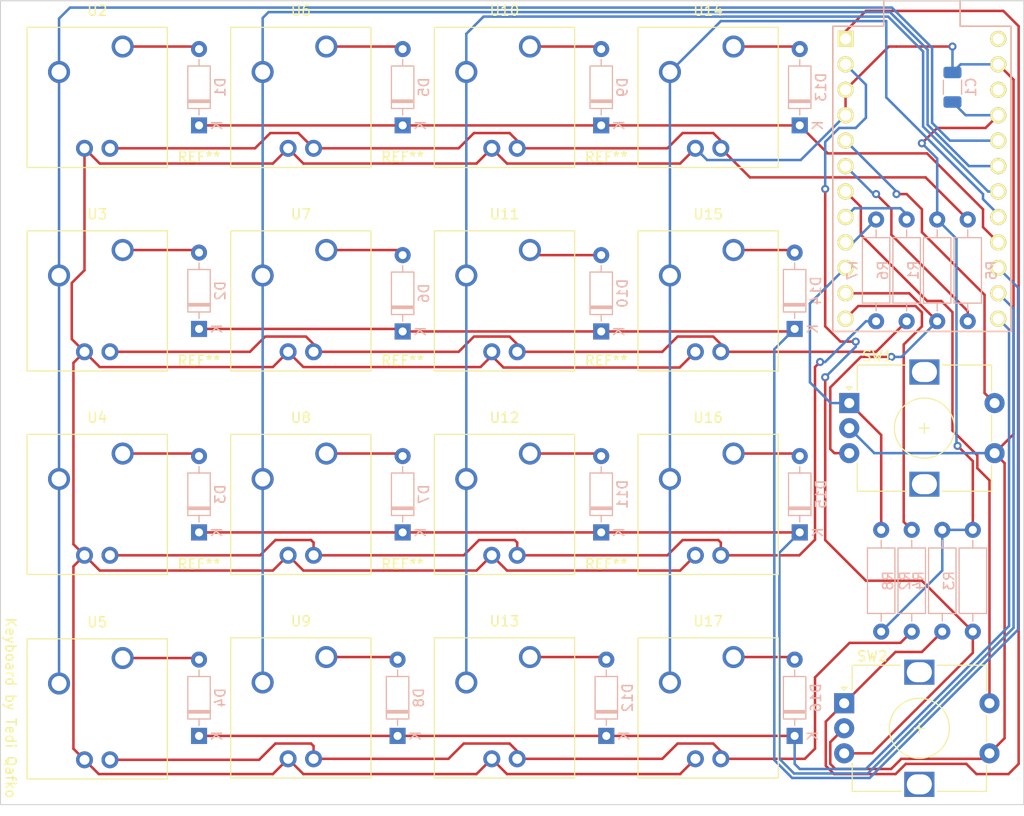
<source format=kicad_pcb>
(kicad_pcb (version 20211014) (generator pcbnew)
  (layers (0 "F.Cu" signal) (31 "B.Cu" signal) (34 "B.Paste" user) (35 "F.Paste" user) (36 "B.SilkS" user "B.Silkscreen") (37 "F.SilkS" user "F.Silkscreen") (38 "B.Mask" user) (39 "F.Mask" user) (44 "Edge.Cuts" user))
  (net 0 "")
  (net 1 "+5V")
  (net 2 "GND")
  (net 3 "row1")
  (net 4 "Net-(D1-Pad2)")
  (net 5 "row2")
  (net 6 "Net-(D2-Pad2)")
  (net 7 "row3")
  (net 8 "Net-(D3-Pad2)")
  (net 9 "row4")
  (net 10 "Net-(D4-Pad2)")
  (net 11 "Net-(D5-Pad2)")
  (net 12 "Net-(D6-Pad2)")
  (net 13 "Net-(D7-Pad2)")
  (net 14 "Net-(D8-Pad2)")
  (net 15 "Net-(D9-Pad2)")
  (net 16 "Net-(D10-Pad2)")
  (net 17 "Net-(D11-Pad2)")
  (net 18 "Net-(D12-Pad2)")
  (net 19 "Net-(D13-Pad2)")
  (net 20 "Net-(D14-Pad2)")
  (net 21 "Net-(D15-Pad2)")
  (net 22 "Net-(D16-Pad2)")
  (net 23 "clk")
  (net 24 "dt")
  (net 25 "encoderSW")
  (net 26 "led1")
  (net 27 "clk2")
  (net 28 "led2")
  (net 29 "led3")
  (net 30 "dt2")
  (net 31 "encoderSW2")
  (net 32 "led4")
  (net 33 "col4")
  (net 34 "col3")
  (net 35 "col2")
  (net 36 "col1")
  (net 39 "Net-(U1-Pad6)")
  (net 40 "Net-(U1-Pad8)")
  (net 41 "Net-(U1-Pad9)")
  (net 42 "Net-(U1-Pad12)")
  (footprint "CherryMX_PCB_LED:CherryMX_1.00u_PCB_LED" (layer "F.Cu") (at 129.54 48.26)
    (fp_text reference "U10")
    (fp_text value "CherryMX_LED")
  )
  (footprint "CherryMX_PCB_LED:CherryMX_1.00u_PCB_LED" (layer "F.Cu") (at 149.86 88.9)
    (fp_text reference "U16")
    (fp_text value "CherryMX_LED")
  )
  (footprint "CherryMX_PCB_LED:CherryMX_1.00u_PCB_LED" (layer "F.Cu") (at 149.86 48.26)
    (fp_text reference "U14")
    (fp_text value "CherryMX_LED")
  )
  (footprint "CherryMX_PCB_LED:CherryMX_1.00u_PCB_LED" (layer "F.Cu") (at 129.54 88.9)
    (fp_text reference "U12")
    (fp_text value "CherryMX_LED")
  )
  (footprint "CherryMX_PCB_LED:CherryMX_1.00u_PCB_LED" (layer "F.Cu") (at 88.9 109.32)
    (fp_text reference "U5")
    (fp_text value "CherryMX_LED")
  )
  (footprint "Rotary_Encoder:RotaryEncoder_Alps_EC12E-Switch_Vertical_H20mm" (layer "F.Cu") (at 163.946 78.78)
    (fp_text reference "SW1")
    (fp_text value "RotaryEncoder_Switch")
  )
  (footprint "CherryMX_PCB_LED:CherryMX_1.00u_PCB_LED" (layer "F.Cu") (at 88.9 48.26)
    (fp_text reference "U2")
    (fp_text value "CherryMX_LED")
  )
  (footprint "CherryMX_PCB_LED:CherryMX_1.00u_PCB_LED" (layer "F.Cu") (at 109.22 48.26)
    (fp_text reference "U6")
    (fp_text value "CherryMX_LED")
  )
  (footprint "CherryMX_PCB_LED:CherryMX_1.00u_PCB_LED" (layer "F.Cu") (at 109.22 68.58)
    (fp_text reference "U7")
    (fp_text value "CherryMX_LED")
  )
  (footprint "CherryMX_PCB_LED:CherryMX_1.00u_PCB_LED" (layer "F.Cu") (at 88.9 68.58)
    (fp_text reference "U3")
    (fp_text value "CherryMX_LED")
  )
  (footprint "CherryMX_PCB_LED:CherryMX_1.00u_PCB_LED" (layer "F.Cu") (at 109.22 88.9)
    (fp_text reference "U8")
    (fp_text value "CherryMX_LED")
  )
  (footprint "MountingHole:MountingHole_3.2mm_M3" (layer "F.Cu") (at 119.38 78.74)
    (fp_text reference "REF**")
    (fp_text value "MountingHole_3.2mm_M3")
  )
  (footprint "promicro:ProMicro" (layer "F.Cu") (at 171.196 56.388 -90)
    (fp_text reference "U1" hide)
    (fp_text value "ProMicro")
  )
  (footprint "MountingHole:MountingHole_3.2mm_M3" (layer "F.Cu") (at 99.06 58.42)
    (fp_text reference "REF**")
    (fp_text value "MountingHole_3.2mm_M3")
  )
  (footprint "MountingHole:MountingHole_3.2mm_M3" (layer "F.Cu") (at 119.38 99.06)
    (fp_text reference "REF**")
    (fp_text value "MountingHole_3.2mm_M3")
  )
  (footprint "MountingHole:MountingHole_3.2mm_M3" (layer "F.Cu") (at 139.7 78.74)
    (fp_text reference "REF**")
    (fp_text value "MountingHole_3.2mm_M3")
  )
  (footprint "CherryMX_PCB_LED:CherryMX_1.00u_PCB_LED" (layer "F.Cu") (at 149.86 109.22)
    (fp_text reference "U17")
    (fp_text value "CherryMX_LED")
  )
  (footprint "CherryMX_PCB_LED:CherryMX_1.00u_PCB_LED" (layer "F.Cu") (at 109.22 109.22)
    (fp_text reference "U9")
    (fp_text value "CherryMX_LED")
  )
  (footprint "CherryMX_PCB_LED:CherryMX_1.00u_PCB_LED" (layer "F.Cu") (at 129.54 109.22)
    (fp_text reference "U13")
    (fp_text value "CherryMX_LED")
  )
  (footprint "MountingHole:MountingHole_3.2mm_M3" (layer "F.Cu") (at 99.06 99.06)
    (fp_text reference "REF**")
    (fp_text value "MountingHole_3.2mm_M3")
  )
  (footprint "MountingHole:MountingHole_3.2mm_M3" (layer "F.Cu") (at 99.06 78.74)
    (fp_text reference "REF**")
    (fp_text value "MountingHole_3.2mm_M3")
  )
  (footprint "MountingHole:MountingHole_3.2mm_M3" (layer "F.Cu") (at 139.7 99.06)
    (fp_text reference "REF**")
    (fp_text value "MountingHole_3.2mm_M3")
  )
  (footprint "MountingHole:MountingHole_3.2mm_M3" (layer "F.Cu") (at 119.38 58.42)
    (fp_text reference "REF**")
    (fp_text value "MountingHole_3.2mm_M3")
  )
  (footprint "MountingHole:MountingHole_3.2mm_M3" (layer "F.Cu") (at 139.7 58.42)
    (fp_text reference "REF**")
    (fp_text value "MountingHole_3.2mm_M3")
  )
  (footprint "CherryMX_PCB_LED:CherryMX_1.00u_PCB_LED" (layer "F.Cu") (at 149.86 68.58)
    (fp_text reference "U15")
    (fp_text value "CherryMX_LED")
  )
  (footprint "CherryMX_PCB_LED:CherryMX_1.00u_PCB_LED" (layer "F.Cu") (at 88.9 88.9)
    (fp_text reference "U4")
    (fp_text value "CherryMX_LED")
  )
  (footprint "CherryMX_PCB_LED:CherryMX_1.00u_PCB_LED" (layer "F.Cu") (at 129.54 68.58)
    (fp_text reference "U11")
    (fp_text value "CherryMX_LED")
  )
  (footprint "Rotary_Encoder:RotaryEncoder_Alps_EC12E-Switch_Vertical_H20mm" (layer "F.Cu") (at 163.438 108.752)
    (fp_text reference "SW2")
    (fp_text value "RotaryEncoder_Switch")
  )
  (footprint "Resistor_THT:R_Axial_DIN0207_L6.3mm_D2.5mm_P10.16mm_Horizontal" (layer "B.Cu") (at 170.18 91.44 -90)
    (fp_text reference "R8")
    (fp_text value "330")
  )
  (footprint "Resistor_THT:R_Axial_DIN0207_L6.3mm_D2.5mm_P10.16mm_Horizontal" (layer "B.Cu") (at 166.624 60.452 -90)
    (fp_text reference "R7")
    (fp_text value "330")
  )
  (footprint "Diode_THT:D_DO-35_SOD27_P7.62mm_Horizontal" (layer "B.Cu") (at 158.496 71.374 90)
    (fp_text reference "D14")
    (fp_text value "1N4148")
  )
  (footprint "Diode_THT:D_DO-35_SOD27_P7.62mm_Horizontal" (layer "B.Cu") (at 159.004 91.694 90)
    (fp_text reference "D15")
    (fp_text value "1N4148")
  )
  (footprint "Diode_THT:D_DO-35_SOD27_P7.62mm_Horizontal" (layer "B.Cu") (at 158.496 112.014 90)
    (fp_text reference "D16")
    (fp_text value "1N4148")
  )
  (footprint "Diode_THT:D_DO-35_SOD27_P7.62mm_Horizontal" (layer "B.Cu") (at 139.7 112.014 90)
    (fp_text reference "D12")
    (fp_text value "1N4148")
  )
  (footprint "Resistor_THT:R_Axial_DIN0207_L6.3mm_D2.5mm_P10.16mm_Horizontal" (layer "B.Cu") (at 169.672 60.452 -90)
    (fp_text reference "R6")
    (fp_text value "330")
  )
  (footprint "Resistor_THT:R_Axial_DIN0207_L6.3mm_D2.5mm_P10.16mm_Horizontal" (layer "B.Cu") (at 176.276 91.44 -90)
    (fp_text reference "R3")
    (fp_text value "10k")
  )
  (footprint "Capacitor_SMD:C_1206_3216Metric" (layer "B.Cu") (at 174.244 47.244 90)
    (fp_text reference "C1")
    (fp_text value "0.1uF")
  )
  (footprint "Diode_THT:D_DO-35_SOD27_P7.62mm_Horizontal" (layer "B.Cu") (at 99.06 112.014 90)
    (fp_text reference "D4")
    (fp_text value "1N4148")
  )
  (footprint "Diode_THT:D_DO-35_SOD27_P7.62mm_Horizontal" (layer "B.Cu") (at 119.38 91.694 90)
    (fp_text reference "D7")
    (fp_text value "1N4148")
  )
  (footprint "Diode_THT:D_DO-35_SOD27_P7.62mm_Horizontal" (layer "B.Cu") (at 119.38 51.054 90)
    (fp_text reference "D5")
    (fp_text value "1N4148")
  )
  (footprint "Diode_THT:D_DO-35_SOD27_P7.62mm_Horizontal" (layer "B.Cu") (at 139.192 91.694 90)
    (fp_text reference "D11")
    (fp_text value "1N4148")
  )
  (footprint "Diode_THT:D_DO-35_SOD27_P7.62mm_Horizontal" (layer "B.Cu") (at 99.06 51.054 90)
    (fp_text reference "D1")
    (fp_text value "1N4148")
  )
  (footprint "Resistor_THT:R_Axial_DIN0207_L6.3mm_D2.5mm_P10.16mm_Horizontal" (layer "B.Cu") (at 175.768 70.612 90)
    (fp_text reference "R5")
    (fp_text value "330")
  )
  (footprint "Diode_THT:D_DO-35_SOD27_P7.62mm_Horizontal" (layer "B.Cu") (at 118.872 112.014 90)
    (fp_text reference "D8")
    (fp_text value "1N4148")
  )
  (footprint "Diode_THT:D_DO-35_SOD27_P7.62mm_Horizontal" (layer "B.Cu") (at 159.004 51.054 90)
    (fp_text reference "D13")
    (fp_text value "1N4148")
  )
  (footprint "Resistor_THT:R_Axial_DIN0207_L6.3mm_D2.5mm_P10.16mm_Horizontal" (layer "B.Cu") (at 167.132 101.6 90)
    (fp_text reference "R2")
    (fp_text value "10k")
  )
  (footprint "Diode_THT:D_DO-35_SOD27_P7.62mm_Horizontal" (layer "B.Cu") (at 119.38 71.628 90)
    (fp_text reference "D6")
    (fp_text value "1N4148")
  )
  (footprint "Diode_THT:D_DO-35_SOD27_P7.62mm_Horizontal" (layer "B.Cu") (at 139.192 51.054 90)
    (fp_text reference "D9")
    (fp_text value "1N4148")
  )
  (footprint "Resistor_THT:R_Axial_DIN0207_L6.3mm_D2.5mm_P10.16mm_Horizontal" (layer "B.Cu") (at 173.228 91.44 -90)
    (fp_text reference "R4")
    (fp_text value "10k")
  )
  (footprint "Resistor_THT:R_Axial_DIN0207_L6.3mm_D2.5mm_P10.16mm_Horizontal" (layer "B.Cu") (at 172.72 60.452 -90)
    (fp_text reference "R1")
    (fp_text value "10k")
  )
  (footprint "Diode_THT:D_DO-35_SOD27_P7.62mm_Horizontal" (layer "B.Cu") (at 99.06 91.694 90)
    (fp_text reference "D3")
    (fp_text value "1N4148")
  )
  (footprint "Diode_THT:D_DO-35_SOD27_P7.62mm_Horizontal" (layer "B.Cu") (at 139.192 71.628 90)
    (fp_text reference "D10")
    (fp_text value "1N4148")
  )
  (footprint "Diode_THT:D_DO-35_SOD27_P7.62mm_Horizontal" (layer "B.Cu") (at 99.06 71.374 90)
    (fp_text reference "D2")
    (fp_text value "1N4148")
  )
  (gr_rect (start 79.248 38.608) (end 181.356 118.872) (layer "Edge.Cuts") (width 0.1) (fill none))
  (gr_text "Keyboard by Tedi Qafko" (at 80.264 109.22 270) (layer "F.SilkS") (effects (font (size 1 1))))
  (segment (start 177.546 51.308) (end 178.816 50.038) (width 0.25) (layer "F.Cu") (net 1))
  (segment (start 171.191701 52.836299) (end 172.72 51.308) (width 0.25) (layer "F.Cu") (net 1))
  (segment (start 176.276 84.5795) (end 176.276 91.44) (width 0.25) (layer "F.Cu") (net 1))
  (segment (start 172.72 51.308) (end 177.546 51.308) (width 0.25) (layer "F.Cu") (net 1))
  (segment (start 174.752 83.0555) (end 176.276 84.5795) (width 0.25) (layer "F.Cu") (net 1))
  (via (at 171.191701 52.836299) (size 0.8) (drill 0.4) (layers "F.Cu" "B.Cu") (net 1))
  (via (at 174.752 83.0555) (size 0.8) (drill 0.4) (layers "F.Cu" "B.Cu") (net 1))
  (segment (start 173.228 95.504) (end 167.132 101.6) (width 0.25) (layer "B.Cu") (net 1))
  (segment (start 173.228 91.44) (end 176.276 91.44) (width 0.25) (layer "B.Cu") (net 1))
  (segment (start 175.563 50.038) (end 178.816 50.038) (width 0.25) (layer "B.Cu") (net 1))
  (segment (start 172.72 60.452) (end 174.643489 62.375489) (width 0.25) (layer "B.Cu") (net 1))
  (segment (start 172.72 54.364598) (end 171.191701 52.836299) (width 0.25) (layer "B.Cu") (net 1))
  (segment (start 172.72 60.452) (end 172.72 54.364598) (width 0.25) (layer "B.Cu") (net 1))
  (segment (start 174.643489 82.946989) (end 174.752 83.0555) (width 0.25) (layer "B.Cu") (net 1))
  (segment (start 173.228 91.44) (end 173.228 95.504) (width 0.25) (layer "B.Cu") (net 1))
  (segment (start 174.244 48.719) (end 175.563 50.038) (width 0.25) (layer "B.Cu") (net 1))
  (segment (start 174.643489 62.375489) (end 174.643489 82.946989) (width 0.25) (layer "B.Cu") (net 1))
  (segment (start 86.525479 74.764521) (end 86.525479 92.875479) (width 0.25) (layer "F.Cu") (net 2))
  (segment (start 109.474 95.504) (end 126.746 95.504) (width 0.25) (layer "F.Cu") (net 2))
  (segment (start 178.816 44.958) (end 178.562 44.704) (width 0.25) (layer "F.Cu") (net 2))
  (segment (start 86.525479 113.295479) (end 87.63 114.4) (width 0.25) (layer "F.Cu") (net 2))
  (segment (start 109.474 54.864) (end 126.746 54.864) (width 0.25) (layer "F.Cu") (net 2))
  (segment (start 126.746 95.504) (end 128.27 93.98) (width 0.25) (layer "F.Cu") (net 2))
  (segment (start 129.794 95.504) (end 147.066 95.504) (width 0.25) (layer "F.Cu") (net 2))
  (segment (start 162.052 112.638) (end 162.052 114.808) (width 0.25) (layer "F.Cu") (net 2))
  (segment (start 128.27 74.06) (end 129.439811 75.229811) (width 0.25) (layer "F.Cu") (net 2))
  (segment (start 86.36 66.784564) (end 86.36 72.39) (width 0.25) (layer "F.Cu") (net 2))
  (segment (start 169.138744 114.3) (end 177.39 114.3) (width 0.25) (layer "F.Cu") (net 2))
  (segment (start 87.63 53.34) (end 89.154 54.864) (width 0.25) (layer "F.Cu") (net 2))
  (segment (start 89.154 75.184) (end 106.426 75.184) (width 0.25) (layer "F.Cu") (net 2))
  (segment (start 106.426 75.184) (end 107.95 73.66) (width 0.25) (layer "F.Cu") (net 2))
  (segment (start 107.95 114.3) (end 109.474 115.824) (width 0.25) (layer "F.Cu") (net 2))
  (segment (start 87.63 73.66) (end 86.525479 74.764521) (width 0.25) (layer "F.Cu") (net 2))
  (segment (start 126.746 115.824) (end 128.27 114.3) (width 0.25) (layer "F.Cu") (net 2))
  (segment (start 177.938 113.752) (end 179.446 112.244) (width 0.25) (layer "F.Cu") (net 2))
  (segment (start 109.474 115.824) (end 126.746 115.824) (width 0.25) (layer "F.Cu") (net 2))
  (segment (start 89.154 95.504) (end 106.426 95.504) (width 0.25) (layer "F.Cu") (net 2))
  (segment (start 106.426 115.824) (end 107.95 114.3) (width 0.25) (layer "F.Cu") (net 2))
  (segment (start 87.63 65.514564) (end 86.36 66.784564) (width 0.25) (layer "F.Cu") (net 2))
  (segment (start 87.63 73.66) (end 89.154 75.184) (width 0.25) (layer "F.Cu") (net 2))
  (segment (start 147.066 54.864) (end 148.59 53.34) (width 0.25) (layer "F.Cu") (net 2))
  (segment (start 86.525479 92.875479) (end 87.63 93.98) (width 0.25) (layer "F.Cu") (net 2))
  (segment (start 129.794 54.864) (end 147.066 54.864) (width 0.25) (layer "F.Cu") (net 2))
  (segment (start 179.446 84.78) (end 178.446 83.78) (width 0.25) (layer "F.Cu") (net 2))
  (segment (start 163.576 47.498) (end 167.894 43.18) (width 0.25) (layer "F.Cu") (net 2))
  (segment (start 129.439811 75.229811) (end 147.020189 75.229811) (width 0.25) (layer "F.Cu") (net 2))
  (segment (start 87.63 53.34) (end 87.63 65.514564) (width 0.25) (layer "F.Cu") (net 2))
  (segment (start 89.054 115.824) (end 106.426 115.824) (width 0.25) (layer "F.Cu") (net 2))
  (segment (start 180.34 46.482) (end 178.816 44.958) (width 0.25) (layer "F.Cu") (net 2))
  (segment (start 147.066 95.504) (end 148.59 93.98) (width 0.25) (layer "F.Cu") (net 2))
  (segment (start 86.36 72.39) (end 87.63 73.66) (width 0.25) (layer "F.Cu") (net 2))
  (segment (start 107.95 93.98) (end 109.474 95.504) (width 0.25) (layer "F.Cu") (net 2))
  (segment (start 177.39 114.3) (end 177.938 113.752) (width 0.25) (layer "F.Cu") (net 2))
  (segment (start 87.63 114.4) (end 89.054 115.824) (width 0.25) (layer "F.Cu") (net 2))
  (segment (start 128.27 114.3) (end 129.794 115.824) (width 0.25) (layer "F.Cu") (net 2))
  (segment (start 147.020189 75.229811) (end 148.59 73.66) (width 0.25) (layer "F.Cu") (net 2))
  (segment (start 89.154 54.864) (end 106.426 54.864) (width 0.25) (layer "F.Cu") (net 2))
  (segment (start 128.27 93.98) (end 129.794 95.504) (width 0.25) (layer "F.Cu") (net 2))
  (segment (start 129.794 115.824) (end 147.066 115.824) (width 0.25) (layer "F.Cu") (net 2))
  (segment (start 126.746 54.864) (end 128.27 53.34) (width 0.25) (layer "F.Cu") (net 2))
  (segment (start 109.474 75.184) (end 127.146 75.184) (width 0.25) (layer "F.Cu") (net 2))
  (segment (start 168.122744 115.316) (end 169.138744 114.3) (width 0.25) (layer "F.Cu") (net 2))
  (segment (start 179.446 112.244) (end 179.446 84.78) (width 0.25) (layer "F.Cu") (net 2))
  (segment (start 107.95 73.66) (end 109.474 75.184) (width 0.25) (layer "F.Cu") (net 2))
  (segment (start 178.446 83.78) (end 180.34 81.886) (width 0.25) (layer "F.Cu") (net 2))
  (segment (start 87.63 93.98) (end 89.154 95.504) (width 0.25) (layer "F.Cu") (net 2))
  (segment (start 106.426 54.864) (end 107.95 53.34) (width 0.25) (layer "F.Cu") (net 2))
  (segment (start 180.34 81.886) (end 180.34 46.482) (width 0.25) (layer "F.Cu") (net 2))
  (segment (start 128.27 53.34) (end 129.794 54.864) (width 0.25) (layer "F.Cu") (net 2))
  (segment (start 162.052 114.808) (end 162.56 115.316) (width 0.25) (layer "F.Cu") (net 2))
  (segment (start 127.146 75.184) (end 128.27 74.06) (width 0.25) (layer "F.Cu") (net 2))
  (segment (start 167.894 43.18) (end 168.656 43.18) (width 0.25) (layer "F.Cu") (net 2))
  (segment (start 87.63 93.98) (end 86.525479 95.084521) (width 0.25) (layer "F.Cu") (net 2))
  (segment (start 106.426 95.504) (end 107.95 93.98) (width 0.25) (layer "F.Cu") (net 2))
  (segment (start 168.656 43.18) (end 174.244 43.18) (width 0.25) (layer "F.Cu") (net 2))
  (segment (start 163.438 111.252) (end 162.052 112.638) (width 0.25) (layer "F.Cu") (net 2))
  (segment (start 107.95 53.34) (end 109.474 54.864) (width 0.25) (layer "F.Cu") (net 2))
  (segment (start 163.576 47.498) (end 163.576 50.038) (width 0.25) (layer "F.Cu") (net 2))
  (segment (start 86.525479 95.084521) (end 86.525479 113.295479) (width 0.25) (layer "F.Cu") (net 2))
  (segment (start 147.066 115.824) (end 148.59 114.3) (width 0.25) (layer "F.Cu") (net 2))
  (segment (start 162.56 115.316) (end 168.122744 115.316) (width 0.25) (layer "F.Cu") (net 2))
  (via (at 174.244 43.18) (size 0.8) (drill 0.4) (layers "F.Cu" "B.Cu") (net 2))
  (segment (start 159.104189 54.509811) (end 149.759811 54.509811) (width 0.25) (layer "B.Cu") (net 2))
  (segment (start 174.244 45.769) (end 175.055 44.958) (width 0.25) (layer "B.Cu") (net 2))
  (segment (start 178.446 83.78) (end 166.446 83.78) (width 0.25) (layer "B.Cu") (net 2))
  (segment (start 163.576 50.038) (end 159.104189 54.509811) (width 0.25) (layer "B.Cu") (net 2))
  (segment (start 149.759811 54.509811) (end 148.59 53.34) (width 0.25) (layer "B.Cu") (net 2))
  (segment (start 174.244 43.18) (end 174.244 45.769) (width 0.25) (layer "B.Cu") (net 2))
  (segment (start 166.446 83.78) (end 163.946 81.28) (width 0.25) (layer "B.Cu") (net 2))
  (segment (start 175.055 44.958) (end 178.816 44.958) (width 0.25) (layer "B.Cu") (net 2))
  (segment (start 171.704 53.848) (end 177.292 59.436) (width 0.25) (layer "F.Cu") (net 3))
  (segment (start 161.798 53.848) (end 171.704 53.848) (width 0.25) (layer "F.Cu") (net 3))
  (segment (start 177.292 61.214) (end 178.816 62.738) (width 0.25) (layer "F.Cu") (net 3))
  (segment (start 119.38 51.054) (end 139.192 51.054) (width 0.25) (layer "F.Cu") (net 3))
  (segment (start 177.292 59.436) (end 177.292 61.214) (width 0.25) (layer "F.Cu") (net 3))
  (segment (start 139.192 51.054) (end 159.004 51.054) (width 0.25) (layer "F.Cu") (net 3))
  (segment (start 99.06 51.054) (end 119.38 51.054) (width 0.25) (layer "F.Cu") (net 3))
  (segment (start 159.004 51.054) (end 161.798 53.848) (width 0.25) (layer "F.Cu") (net 3))
  (segment (start 98.806 43.18) (end 99.06 43.434) (width 0.25) (layer "F.Cu") (net 4))
  (segment (start 91.44 43.18) (end 98.806 43.18) (width 0.25) (layer "F.Cu") (net 4))
  (segment (start 158.242 71.628) (end 158.496 71.374) (width 0.25) (layer "F.Cu") (net 5))
  (segment (start 99.06 71.374) (end 119.126 71.374) (width 0.25) (layer "F.Cu") (net 5))
  (segment (start 119.38 71.628) (end 139.192 71.628) (width 0.25) (layer "F.Cu") (net 5))
  (segment (start 119.126 71.374) (end 119.38 71.628) (width 0.25) (layer "F.Cu") (net 5))
  (segment (start 139.192 71.628) (end 158.242 71.628) (width 0.25) (layer "F.Cu") (net 5))
  (segment (start 158.496 71.374) (end 156.464 73.406) (width 0.25) (layer "B.Cu") (net 5))
  (segment (start 156.464 114.427717) (end 158.251323 116.21504) (width 0.25) (layer "B.Cu") (net 5))
  (segment (start 158.251323 116.21504) (end 165.980396 116.21504) (width 0.25) (layer "B.Cu") (net 5))
  (segment (start 156.464 73.406) (end 156.464 114.427717) (width 0.25) (layer "B.Cu") (net 5))
  (segment (start 180.78952 101.405916) (end 180.78952 67.25152) (width 0.25) (layer "B.Cu") (net 5))
  (segment (start 165.980396 116.21504) (end 180.78952 101.405916) (width 0.25) (layer "B.Cu") (net 5))
  (segment (start 180.78952 67.25152) (end 178.816 65.278) (width 0.25) (layer "B.Cu") (net 5))
  (segment (start 98.806 63.5) (end 99.06 63.754) (width 0.25) (layer "F.Cu") (net 6))
  (segment (start 91.44 63.5) (end 98.806 63.5) (width 0.25) (layer "F.Cu") (net 6))
  (segment (start 139.192 91.694) (end 159.004 91.694) (width 0.25) (layer "F.Cu") (net 7))
  (segment (start 99.06 91.694) (end 119.38 91.694) (width 0.25) (layer "F.Cu") (net 7))
  (segment (start 119.38 91.694) (end 139.192 91.694) (width 0.25) (layer "F.Cu") (net 7))
  (segment (start 180.34 69.342) (end 178.816 67.818) (width 0.25) (layer "B.Cu") (net 7))
  (segment (start 156.972 93.726) (end 156.972 114.3) (width 0.25) (layer "B.Cu") (net 7))
  (segment (start 158.43752 115.76552) (end 165.794198 115.76552) (width 0.25) (layer "B.Cu") (net 7))
  (segment (start 156.972 114.3) (end 158.43752 115.76552) (width 0.25) (layer "B.Cu") (net 7))
  (segment (start 159.004 91.694) (end 156.972 93.726) (width 0.25) (layer "B.Cu") (net 7))
  (segment (start 165.794198 115.76552) (end 180.34 101.219718) (width 0.25) (layer "B.Cu") (net 7))
  (segment (start 180.34 101.219718) (end 180.34 69.342) (width 0.25) (layer "B.Cu") (net 7))
  (segment (start 98.806 83.82) (end 99.06 84.074) (width 0.25) (layer "F.Cu") (net 8))
  (segment (start 91.44 83.82) (end 98.806 83.82) (width 0.25) (layer "F.Cu") (net 8))
  (segment (start 139.7 112.014) (end 158.496 112.014) (width 0.25) (layer "F.Cu") (net 9))
  (segment (start 99.06 112.014) (end 118.872 112.014) (width 0.25) (layer "F.Cu") (net 9))
  (segment (start 118.872 112.014) (end 139.7 112.014) (width 0.25) (layer "F.Cu") (net 9))
  (segment (start 165.608 115.316) (end 179.89048 101.03352) (width 0.25) (layer "B.Cu") (net 9))
  (segment (start 158.496 114.808) (end 159.004 115.316) (width 0.25) (layer "B.Cu") (net 9))
  (segment (start 159.004 115.316) (end 165.608 115.316) (width 0.25) (layer "B.Cu") (net 9))
  (segment (start 179.89048 101.03352) (end 179.89048 71.43248) (width 0.25) (layer "B.Cu") (net 9))
  (segment (start 158.496 112.014) (end 158.496 114.808) (width 0.25) (layer "B.Cu") (net 9))
  (segment (start 179.89048 71.43248) (end 178.816 70.358) (width 0.25) (layer "B.Cu") (net 9))
  (segment (start 98.906 104.24) (end 99.06 104.394) (width 0.25) (layer "F.Cu") (net 10))
  (segment (start 91.44 104.24) (end 98.906 104.24) (width 0.25) (layer "F.Cu") (net 10))
  (segment (start 119.126 43.18) (end 119.38 43.434) (width 0.25) (layer "F.Cu") (net 11))
  (segment (start 111.76 43.18) (end 119.126 43.18) (width 0.25) (layer "F.Cu") (net 11))
  (segment (start 118.872 63.5) (end 119.38 64.008) (width 0.25) (layer "F.Cu") (net 12))
  (segment (start 111.76 63.5) (end 118.872 63.5) (width 0.25) (layer "F.Cu") (net 12))
  (segment (start 119.126 83.82) (end 119.38 84.074) (width 0.25) (layer "F.Cu") (net 13))
  (segment (start 111.76 83.82) (end 119.126 83.82) (width 0.25) (layer "F.Cu") (net 13))
  (segment (start 111.76 104.14) (end 118.618 104.14) (width 0.25) (layer "F.Cu") (net 14))
  (segment (start 118.618 104.14) (end 118.872 104.394) (width 0.25) (layer "F.Cu") (net 14))
  (segment (start 138.938 43.18) (end 139.192 43.434) (width 0.25) (layer "F.Cu") (net 15))
  (segment (start 132.08 43.18) (end 138.938 43.18) (width 0.25) (layer "F.Cu") (net 15))
  (segment (start 132.588 64.008) (end 139.192 64.008) (width 0.25) (layer "F.Cu") (net 16))
  (segment (start 132.08 63.5) (end 132.588 64.008) (width 0.25) (layer "F.Cu") (net 16))
  (segment (start 138.938 83.82) (end 139.192 84.074) (width 0.25) (layer "F.Cu") (net 17))
  (segment (start 132.08 83.82) (end 138.938 83.82) (width 0.25) (layer "F.Cu") (net 17))
  (segment (start 139.446 104.14) (end 139.7 104.394) (width 0.25) (layer "F.Cu") (net 18))
  (segment (start 132.08 104.14) (end 139.446 104.14) (width 0.25) (layer "F.Cu") (net 18))
  (segment (start 158.75 43.18) (end 159.004 43.434) (width 0.25) (layer "F.Cu") (net 19))
  (segment (start 152.4 43.18) (end 158.75 43.18) (width 0.25) (layer "F.Cu") (net 19))
  (segment (start 158.242 63.5) (end 158.496 63.754) (width 0.25) (layer "F.Cu") (net 20))
  (segment (start 152.4 63.5) (end 158.242 63.5) (width 0.25) (layer "F.Cu") (net 20))
  (segment (start 152.4 83.82) (end 158.75 83.82) (width 0.25) (layer "F.Cu") (net 21))
  (segment (start 158.75 83.82) (end 159.004 84.074) (width 0.25) (layer "F.Cu") (net 21))
  (segment (start 158.242 104.14) (end 158.496 104.394) (width 0.25) (layer "F.Cu") (net 22))
  (segment (start 152.4 104.14) (end 158.242 104.14) (width 0.25) (layer "F.Cu") (net 22))
  (segment (start 167.132 81.966) (end 163.946 78.78) (width 0.25) (layer "F.Cu") (net 23))
  (segment (start 167.132 91.44) (end 167.132 81.966) (width 0.25) (layer "F.Cu") (net 23))
  (segment (start 160.02 68.834) (end 160.02 76.708) (width 0.25) (layer "B.Cu") (net 23))
  (segment (start 162.092 78.78) (end 163.946 78.78) (width 0.25) (layer "B.Cu") (net 23))
  (segment (start 163.576 65.278) (end 160.02 68.834) (width 0.25) (layer "B.Cu") (net 23))
  (segment (start 160.02 76.708) (end 162.092 78.78) (width 0.25) (layer "B.Cu") (net 23))
  (segment (start 162.46152 83.78) (end 162.052 83.37048) (width 0.25) (layer "F.Cu") (net 24))
  (segment (start 172.72 70.612) (end 169.926 67.818) (width 0.25) (layer "F.Cu") (net 24))
  (segment (start 169.926 67.818) (end 163.576 67.818) (width 0.25) (layer "F.Cu") (net 24))
  (segment (start 162.052 83.37048) (end 162.052 77.216) (width 0.25) (layer "F.Cu") (net 24))
  (segment (start 163.946 83.78) (end 162.46152 83.78) (width 0.25) (layer "F.Cu") (net 24))
  (segment (start 162.052 77.216) (end 165.1 74.168) (width 0.25) (layer "F.Cu") (net 24))
  (segment (start 165.1 74.168) (end 168.148 74.168) (width 0.25) (layer "F.Cu") (net 24))
  (via (at 168.148 74.168) (size 0.8) (drill 0.4) (layers "F.Cu" "B.Cu") (net 24))
  (segment (start 168.148 74.168) (end 169.164 74.168) (width 0.25) (layer "B.Cu") (net 24))
  (segment (start 169.164 74.168) (end 172.72 70.612) (width 0.25) (layer "B.Cu") (net 24))
  (segment (start 178.446 78.78) (end 177.446 77.78) (width 0.25) (layer "F.Cu") (net 25))
  (segment (start 177.446 77.78) (end 177.446 67.972) (width 0.25) (layer "F.Cu") (net 25))
  (segment (start 169.672 57.912) (end 168.656 57.912) (width 0.25) (layer "F.Cu") (net 25))
  (segment (start 171.196 61.722) (end 171.196 59.436) (width 0.25) (layer "F.Cu") (net 25))
  (segment (start 171.196 59.436) (end 169.672 57.912) (width 0.25) (layer "F.Cu") (net 25))
  (segment (start 177.446 67.972) (end 171.196 61.722) (width 0.25) (layer "F.Cu") (net 25))
  (via (at 168.656 57.912) (size 0.8) (drill 0.4) (layers "F.Cu" "B.Cu") (net 25))
  (segment (start 168.656 57.658) (end 163.576 52.578) (width 0.25) (layer "B.Cu") (net 25))
  (segment (start 168.656 57.912) (end 168.656 57.658) (width 0.25) (layer "B.Cu") (net 25))
  (segment (start 151.13 53.34) (end 154.032511 56.242511) (width 0.25) (layer "F.Cu") (net 26))
  (segment (start 151.13 52.578) (end 151.13 53.34) (width 0.25) (layer "F.Cu") (net 26))
  (segment (start 145.796 53.34) (end 147.32 51.816) (width 0.25) (layer "F.Cu") (net 26))
  (segment (start 108.966 51.816) (end 110.49 53.34) (width 0.25) (layer "F.Cu") (net 26))
  (segment (start 147.32 51.816) (end 150.368 51.816) (width 0.25) (layer "F.Cu") (net 26))
  (segment (start 106.172 51.816) (end 108.966 51.816) (width 0.25) (layer "F.Cu") (net 26))
  (segment (start 126.492 51.816) (end 130.048 51.816) (width 0.25) (layer "F.Cu") (net 26))
  (segment (start 110.49 53.34) (end 124.968 53.34) (width 0.25) (layer "F.Cu") (net 26))
  (segment (start 130.048 51.816) (end 130.81 52.578) (width 0.25) (layer "F.Cu") (net 26))
  (segment (start 130.81 53.34) (end 145.796 53.34) (width 0.25) (layer "F.Cu") (net 26))
  (segment (start 150.368 51.816) (end 151.13 52.578) (width 0.25) (layer "F.Cu") (net 26))
  (segment (start 90.17 53.34) (end 104.648 53.34) (width 0.25) (layer "F.Cu") (net 26))
  (segment (start 154.032511 56.242511) (end 171.558511 56.242511) (width 0.25) (layer "F.Cu") (net 26))
  (segment (start 130.81 52.578) (end 130.81 53.34) (width 0.25) (layer "F.Cu") (net 26))
  (segment (start 171.558511 56.242511) (end 175.768 60.452) (width 0.25) (layer "F.Cu") (net 26))
  (segment (start 104.648 53.34) (end 106.172 51.816) (width 0.25) (layer "F.Cu") (net 26))
  (segment (start 124.968 53.34) (end 126.492 51.816) (width 0.25) (layer "F.Cu") (net 26))
  (segment (start 161.60248 110.58752) (end 163.438 108.752) (width 0.25) (layer "F.Cu") (net 27))
  (segment (start 179.832 115.824) (end 176.641879 115.824) (width 0.25) (layer "F.Cu") (net 27))
  (segment (start 173.228 101.6) (end 171.196 103.632) (width 0.25) (layer "F.Cu") (net 27))
  (segment (start 175.625879 114.808) (end 169.582978 114.808) (width 0.25) (layer "F.Cu") (net 27))
  (segment (start 163.576 42.418) (end 163.576 41.656) (width 0.25) (layer "F.Cu") (net 27))
  (segment (start 179.324 39.624) (end 180.848 41.148) (width 0.25) (layer "F.Cu") (net 27))
  (segment (start 161.60248 114.994198) (end 161.60248 110.58752) (width 0.25) (layer "F.Cu") (net 27))
  (segment (start 162.432282 115.824) (end 161.60248 114.994198) (width 0.25) (layer "F.Cu") (net 27))
  (segment (start 176.641879 115.824) (end 175.625879 114.808) (width 0.25) (layer "F.Cu") (net 27))
  (segment (start 163.576 41.656) (end 165.608 39.624) (width 0.25) (layer "F.Cu") (net 27))
  (segment (start 169.582978 114.808) (end 168.566978 115.824) (width 0.25) (layer "F.Cu") (net 27))
  (segment (start 180.848 114.808) (end 179.832 115.824) (width 0.25) (layer "F.Cu") (net 27))
  (segment (start 163.438 108.752) (end 168.558 103.632) (width 0.25) (layer "F.Cu") (net 27))
  (segment (start 168.558 103.632) (end 171.196 103.632) (width 0.25) (layer "F.Cu") (net 27))
  (segment (start 165.608 39.624) (end 179.324 39.624) (width 0.25) (layer "F.Cu") (net 27))
  (segment (start 180.848 41.148) (end 180.848 114.808) (width 0.25) (layer "F.Cu") (net 27))
  (segment (start 168.566978 115.824) (end 162.432282 115.824) (width 0.25) (layer "F.Cu") (net 27))
  (segment (start 150.368 72.136) (end 151.13 72.898) (width 0.25) (layer "F.Cu") (net 28))
  (segment (start 130.81 73.66) (end 145.288 73.66) (width 0.25) (layer "F.Cu") (net 28))
  (segment (start 145.288 73.66) (end 146.812 72.136) (width 0.25) (layer "F.Cu") (net 28))
  (segment (start 126.492 72.136) (end 130.048 72.136) (width 0.25) (layer "F.Cu") (net 28))
  (segment (start 151.13 72.898) (end 151.13 73.66) (width 0.25) (layer "F.Cu") (net 28))
  (segment (start 104.14 73.66) (end 105.664 72.136) (width 0.25) (layer "F.Cu") (net 28))
  (segment (start 130.048 72.136) (end 130.81 72.898) (width 0.25) (layer "F.Cu") (net 28))
  (segment (start 105.664 72.136) (end 109.728 72.136) (width 0.25) (layer "F.Cu") (net 28))
  (segment (start 109.728 72.136) (end 110.49 72.898) (width 0.25) (layer "F.Cu") (net 28))
  (segment (start 146.812 72.136) (end 150.368 72.136) (width 0.25) (layer "F.Cu") (net 28))
  (segment (start 130.81 72.898) (end 130.81 73.66) (width 0.25) (layer "F.Cu") (net 28))
  (segment (start 124.968 73.66) (end 126.492 72.136) (width 0.25) (layer "F.Cu") (net 28))
  (segment (start 110.49 73.66) (end 124.968 73.66) (width 0.25) (layer "F.Cu") (net 28))
  (segment (start 110.49 72.898) (end 110.49 73.66) (width 0.25) (layer "F.Cu") (net 28))
  (segment (start 166.624 73.66) (end 169.672 70.612) (width 0.25) (layer "F.Cu") (net 28))
  (segment (start 90.17 73.66) (end 104.14 73.66) (width 0.25) (layer "F.Cu") (net 28))
  (segment (start 151.13 73.66) (end 166.624 73.66) (width 0.25) (layer "F.Cu") (net 28))
  (segment (start 110.49 92.71) (end 110.49 93.98) (width 0.25) (layer "F.Cu") (net 29))
  (segment (start 150.876 92.456) (end 151.13 92.71) (width 0.25) (layer "F.Cu") (net 29))
  (segment (start 158.967022 93.98) (end 160.528 92.419022) (width 0.25) (layer "F.Cu") (net 29))
  (segment (start 160.528 75.184) (end 161.036 74.676) (width 0.25) (layer "F.Cu") (net 29))
  (segment (start 105.156 93.98) (end 106.68 92.456) (width 0.25) (layer "F.Cu") (net 29))
  (segment (start 110.236 92.456) (end 110.49 92.71) (width 0.25) (layer "F.Cu") (net 29))
  (segment (start 145.796 93.98) (end 147.32 92.456) (width 0.25) (layer "F.Cu") (net 29))
  (segment (start 160.528 92.419022) (end 160.528 87.884) (width 0.25) (layer "F.Cu") (net 29))
  (segment (start 130.81 93.98) (end 145.796 93.98) (width 0.25) (layer "F.Cu") (net 29))
  (segment (start 151.13 93.98) (end 158.967022 93.98) (width 0.25) (layer "F.Cu") (net 29))
  (segment (start 127 92.456) (end 130.556 92.456) (width 0.25) (layer "F.Cu") (net 29))
  (segment (start 125.476 93.98) (end 127 92.456) (width 0.25) (layer "F.Cu") (net 29))
  (segment (start 110.49 93.98) (end 125.476 93.98) (width 0.25) (layer "F.Cu") (net 29))
  (segment (start 130.556 92.456) (end 130.81 92.71) (width 0.25) (layer "F.Cu") (net 29))
  (segment (start 90.17 93.98) (end 105.156 93.98) (width 0.25) (layer "F.Cu") (net 29))
  (segment (start 147.32 92.456) (end 150.876 92.456) (width 0.25) (layer "F.Cu") (net 29))
  (segment (start 130.81 92.71) (end 130.81 93.98) (width 0.25) (layer "F.Cu") (net 29))
  (segment (start 106.68 92.456) (end 110.236 92.456) (width 0.25) (layer "F.Cu") (net 29))
  (segment (start 151.13 92.71) (end 151.13 93.98) (width 0.25) (layer "F.Cu") (net 29))
  (segment (start 160.528 87.884) (end 160.528 75.184) (width 0.25) (layer "F.Cu") (net 29))
  (via (at 161.036 74.676) (size 0.8) (drill 0.4) (layers "F.Cu" "B.Cu") (net 29))
  (segment (start 163.867489 72.352511) (end 163.867489 72.343897) (width 0.25) (layer "B.Cu") (net 29))
  (segment (start 164.291897 71.919489) (end 164.300511 71.919489) (width 0.25) (layer "B.Cu") (net 29))
  (segment (start 161.544 74.676) (end 163.867489 72.352511) (width 0.25) (layer "B.Cu") (net 29))
  (segment (start 164.300511 71.919489) (end 165.608 70.612) (width 0.25) (layer "B.Cu") (net 29))
  (segment (start 161.036 74.676) (end 161.544 74.676) (width 0.25) (layer "B.Cu") (net 29))
  (segment (start 165.608 70.612) (end 166.624 70.612) (width 0.25) (layer "B.Cu") (net 29))
  (segment (start 163.867489 72.343897) (end 164.291897 71.919489) (width 0.25) (layer "B.Cu") (net 29))
  (segment (start 166.237022 113.752) (end 163.438 113.752) (width 0.25) (layer "F.Cu") (net 30))
  (segment (start 171.196 96.52) (end 165.608 96.52) (width 0.25) (layer "F.Cu") (net 30))
  (segment (start 163.068 72.644) (end 161.544 71.12) (width 0.25) (layer "F.Cu") (net 30))
  (segment (start 161.544 92.456) (end 161.544 76.2) (width 0.25) (layer "F.Cu") (net 30))
  (segment (start 165.608 96.52) (end 161.544 92.456) (width 0.25) (layer "F.Cu") (net 30))
  (segment (start 164.592 72.644) (end 163.068 72.644) (width 0.25) (layer "F.Cu") (net 30))
  (segment (start 176.276 101.6) (end 176.276 103.713022) (width 0.25) (layer "F.Cu") (net 30))
  (segment (start 176.276 103.713022) (end 166.237022 113.752) (width 0.25) (layer "F.Cu") (net 30))
  (segment (start 161.544 71.12) (end 161.544 57.404) (width 0.25) (layer "F.Cu") (net 30))
  (segment (start 176.276 101.6) (end 171.196 96.52) (width 0.25) (layer "F.Cu") (net 30))
  (via (at 161.544 76.2) (size 0.8) (drill 0.4) (layers "F.Cu" "B.Cu") (net 30))
  (via (at 164.592 72.644) (size 0.8) (drill 0.4) (layers "F.Cu" "B.Cu") (net 30))
  (via (at 161.544 57.404) (size 0.8) (drill 0.4) (layers "F.Cu" "B.Cu") (net 30))
  (segment (start 161.544 52.705718) (end 162.941718 51.308) (width 0.25) (layer "B.Cu") (net 30))
  (segment (start 162.941718 51.308) (end 164.592 51.308) (width 0.25) (layer "B.Cu") (net 30))
  (segment (start 165.608 50.292) (end 165.608 46.99) (width 0.25) (layer "B.Cu") (net 30))
  (segment (start 161.544 57.404) (end 161.544 52.705718) (width 0.25) (layer "B.Cu") (net 30))
  (segment (start 164.592 73.152) (end 164.592 72.644) (width 0.25) (layer "B.Cu") (net 30))
  (segment (start 165.608 46.99) (end 163.576 44.958) (width 0.25) (layer "B.Cu") (net 30))
  (segment (start 161.544 76.2) (end 164.592 73.152) (width 0.25) (layer "B.Cu") (net 30))
  (segment (start 164.592 51.308) (end 165.608 50.292) (width 0.25) (layer "B.Cu") (net 30))
  (segment (start 174.244 69.704511) (end 173.119489 68.58) (width 0.25) (layer "F.Cu") (net 31))
  (segment (start 177.938 86.498) (end 176.72552 85.28552) (width 0.25) (layer "F.Cu") (net 31))
  (segment (start 176.72552 85.28552) (end 176.72552 84.004406) (width 0.25) (layer "F.Cu") (net 31))
  (segment (start 165.1 61.976) (end 165.1 59.182) (width 0.25) (layer "F.Cu") (net 31))
  (segment (start 171.704 68.58) (end 165.1 61.976) (width 0.25) (layer "F.Cu") (net 31))
  (segment (start 173.119489 68.58) (end 171.704 68.58) (width 0.25) (layer "F.Cu") (net 31))
  (segment (start 165.1 59.182) (end 163.576 57.658) (width 0.25) (layer "F.Cu") (net 31))
  (segment (start 177.938 108.752) (end 177.938 86.498) (width 0.25) (layer "F.Cu") (net 31))
  (segment (start 174.244 81.522886) (end 174.244 69.704511) (width 0.25) (layer "F.Cu") (net 31))
  (segment (start 176.72552 84.004406) (end 174.244 81.522886) (width 0.25) (layer "F.Cu") (net 31))
  (segment (start 169.055489 102.724511) (end 170.18 101.6) (width 0.25) (layer "F.Cu") (net 32))
  (segment (start 106.68 112.776) (end 110.236 112.776) (width 0.25) (layer "F.Cu") (net 32))
  (segment (start 123.952 114.3) (end 125.476 112.776) (width 0.25) (layer "F.Cu") (net 32))
  (segment (start 163.975489 102.724511) (end 169.055489 102.724511) (width 0.25) (layer "F.Cu") (net 32))
  (segment (start 130.81 114.3) (end 145.288 114.3) (width 0.25) (layer "F.Cu") (net 32))
  (segment (start 159.512 114.3) (end 160.528 113.284) (width 0.25) (layer "F.Cu") (net 32))
  (segment (start 90.17 114.4) (end 105.056 114.4) (width 0.25) (layer "F.Cu") (net 32))
  (segment (start 146.812 112.776) (end 150.368 112.776) (width 0.25) (layer "F.Cu") (net 32))
  (segment (start 110.236 112.776) (end 110.49 113.03) (width 0.25) (layer "F.Cu") (net 32))
  (segment (start 151.13 113.538) (end 151.13 114.3) (width 0.25) (layer "F.Cu") (net 32))
  (segment (start 160.528 106.172) (end 163.975489 102.724511) (width 0.25) (layer "F.Cu") (net 32))
  (segment (start 110.49 113.03) (end 110.49 114.3) (width 0.25) (layer "F.Cu") (net 32))
  (segment (start 151.13 114.3) (end 159.512 114.3) (width 0.25) (layer "F.Cu") (net 32))
  (segment (start 130.81 113.538) (end 130.81 114.3) (width 0.25) (layer "F.Cu") (net 32))
  (segment (start 150.368 112.776) (end 151.13 113.538) (width 0.25) (layer "F.Cu") (net 32))
  (segment (start 130.048 112.776) (end 130.81 113.538) (width 0.25) (layer "F.Cu") (net 32))
  (segment (start 145.288 114.3) (end 146.812 112.776) (width 0.25) (layer "F.Cu") (net 32))
  (segment (start 110.49 114.3) (end 123.952 114.3) (width 0.25) (layer "F.Cu") (net 32))
  (segment (start 160.528 113.284) (end 160.528 106.172) (width 0.25) (layer "F.Cu") (net 32))
  (segment (start 125.476 112.776) (end 130.048 112.776) (width 0.25) (layer "F.Cu") (net 32))
  (segment (start 105.056 114.4) (end 106.68 112.776) (width 0.25) (layer "F.Cu") (net 32))
  (segment (start 178.816 60.198) (end 178.816 59.944) (width 0.25) (layer "B.Cu") (net 33))
  (segment (start 167.64 40.64) (end 151.13 40.64) (width 0.25) (layer "B.Cu") (net 33))
  (segment (start 146.05 45.72) (end 146.05 66.04) (width 0.25) (layer "B.Cu") (net 33))
  (segment (start 146.05 66.04) (end 146.05 86.36) (width 0.25) (layer "B.Cu") (net 33))
  (segment (start 177.292 57.911984) (end 167.64 48.259984) (width 0.25) (layer "B.Cu") (net 33))
  (segment (start 177.292 58.42) (end 177.292 57.911984) (width 0.25) (layer "B.Cu") (net 33))
  (segment (start 146.05 86.36) (end 146.05 106.68) (width 0.25) (layer "B.Cu") (net 33))
  (segment (start 151.13 40.64) (end 146.05 45.72) (width 0.25) (layer "B.Cu") (net 33))
  (segment (start 178.816 59.944) (end 177.292 58.42) (width 0.25) (layer "B.Cu") (net 33))
  (segment (start 167.64 48.259984) (end 167.64 40.64) (width 0.25) (layer "B.Cu") (net 33))
  (segment (start 125.73 45.72) (end 125.73 41.91) (width 0.25) (layer "B.Cu") (net 34))
  (segment (start 177.798565 57.658) (end 178.816 57.658) (width 0.25) (layer "B.Cu") (net 34))
  (segment (start 125.73 106.68) (end 125.73 86.36) (width 0.25) (layer "B.Cu") (net 34))
  (segment (start 125.73 45.72) (end 125.73 66.04) (width 0.25) (layer "B.Cu") (net 34))
  (segment (start 171.31296 51.172395) (end 177.798565 57.658) (width 0.25) (layer "B.Cu") (net 34))
  (segment (start 171.31296 43.677242) (end 171.31296 51.172395) (width 0.25) (layer "B.Cu") (net 34))
  (segment (start 125.73 41.91) (end 127.44952 40.19048) (width 0.25) (layer "B.Cu") (net 34))
  (segment (start 167.826198 40.19048) (end 171.31296 43.677242) (width 0.25) (layer "B.Cu") (net 34))
  (segment (start 127.44952 40.19048) (end 167.826198 40.19048) (width 0.25) (layer "B.Cu") (net 34))
  (segment (start 125.73 86.36) (end 125.73 66.04) (width 0.25) (layer "B.Cu") (net 34))
  (segment (start 105.41 40.32752) (end 105.99656 39.74096) (width 0.25) (layer "B.Cu") (net 35))
  (segment (start 105.41 45.72) (end 105.41 66.04) (width 0.25) (layer "B.Cu") (net 35))
  (segment (start 175.894282 55.118) (end 178.816 55.118) (width 0.25) (layer "B.Cu") (net 35))
  (segment (start 105.41 45.72) (end 105.41 40.32752) (width 0.25) (layer "B.Cu") (net 35))
  (segment (start 105.41 86.36) (end 105.41 106.68) (width 0.25) (layer "B.Cu") (net 35))
  (segment (start 105.99656 39.74096) (end 168.012395 39.74096) (width 0.25) (layer "B.Cu") (net 35))
  (segment (start 168.012395 39.74096) (end 171.76248 43.491045) (width 0.25) (layer "B.Cu") (net 35))
  (segment (start 171.76248 50.986198) (end 175.894282 55.118) (width 0.25) (layer "B.Cu") (net 35))
  (segment (start 105.41 66.04) (end 105.41 86.36) (width 0.25) (layer "B.Cu") (net 35))
  (segment (start 171.76248 43.491045) (end 171.76248 50.986198) (width 0.25) (layer "B.Cu") (net 35))
  (segment (start 172.212 43.304847) (end 172.212 50.8) (width 0.25) (layer "B.Cu") (net 36))
  (segment (start 85.09 66.04) (end 85.09 45.72) (width 0.25) (layer "B.Cu") (net 36))
  (segment (start 173.99 52.578) (end 178.816 52.578) (width 0.25) (layer "B.Cu") (net 36))
  (segment (start 85.09 40.386) (end 86.18456 39.29144) (width 0.25) (layer "B.Cu") (net 36))
  (segment (start 168.198593 39.29144) (end 172.212 43.304847) (width 0.25) (layer "B.Cu") (net 36))
  (segment (start 85.09 106.78) (end 85.09 86.36) (width 0.25) (layer "B.Cu") (net 36))
  (segment (start 172.212 50.8) (end 173.99 52.578) (width 0.25) (layer "B.Cu") (net 36))
  (segment (start 85.09 86.36) (end 85.09 66.04) (width 0.25) (layer "B.Cu") (net 36))
  (segment (start 85.09 45.72) (end 85.09 40.386) (width 0.25) (layer "B.Cu") (net 36))
  (segment (start 86.18456 39.29144) (end 168.198593 39.29144) (width 0.25) (layer "B.Cu") (net 36))
  (segment (start 168.148 59.436) (end 166.624 57.912) (width 0.25) (layer "F.Cu") (net 39))
  (segment (start 175.768 70.612) (end 175.768 69.596) (width 0.25) (layer "F.Cu") (net 39))
  (segment (start 168.148 61.976) (end 168.148 59.436) (width 0.25) (layer "F.Cu") (net 39))
  (segment (start 175.768 69.596) (end 168.148 61.976) (width 0.25) (layer "F.Cu") (net 39))
  (via (at 166.624 57.912) (size 0.8) (drill 0.4) (layers "F.Cu" "B.Cu") (net 39))
  (segment (start 166.624 57.912) (end 166.37 57.912) (width 0.25) (layer "B.Cu") (net 39))
  (segment (start 166.37 57.912) (end 163.576 55.118) (width 0.25) (layer "B.Cu") (net 39))
  (segment (start 164.446511 59.327489) (end 169.055489 59.327489) (width 0.25) (layer "B.Cu") (net 40))
  (segment (start 169.055489 59.327489) (end 169.672 59.944) (width 0.25) (layer "B.Cu") (net 40))
  (segment (start 163.576 60.198) (end 164.446511 59.327489) (width 0.25) (layer "B.Cu") (net 40))
  (segment (start 169.672 59.944) (end 169.672 60.452) (width 0.25) (layer "B.Cu") (net 40))
  (segment (start 164.338 62.738) (end 163.576 62.738) (width 0.25) (layer "B.Cu") (net 41))
  (segment (start 166.624 60.452) (end 164.338 62.738) (width 0.25) (layer "B.Cu") (net 41))
  (segment (start 169.380001 72.935999) (end 171.196 71.12) (width 0.25) (layer "F.Cu") (net 42))
  (segment (start 171.196 69.723718) (end 170.560282 69.088) (width 0.25) (layer "F.Cu") (net 42))
  (segment (start 170.18 91.44) (end 169.380001 90.640001) (width 0.25) (layer "F.Cu") (net 42))
  (segment (start 169.380001 90.640001) (end 169.380001 72.935999) (width 0.25) (layer "F.Cu") (net 42))
  (segment (start 170.560282 69.088) (end 164.846 69.088) (width 0.25) (layer "F.Cu") (net 42))
  (segment (start 171.196 71.12) (end 171.196 69.723718) (width 0.25) (layer "F.Cu") (net 42))
  (segment (start 164.846 69.088) (end 163.576 70.358) (width 0.25) (layer "F.Cu") (net 42))
)
</source>
